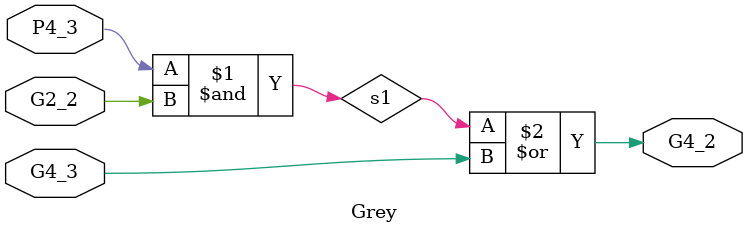
<source format=v>
module Grey(G4_3,P4_3,G2_2,G4_2);
  input G4_3,P4_3,G2_2;
  output G4_2;
  wire s1 ;
  assign s1 = P4_3 & G2_2;
  assign G4_2=s1 | G4_3;
endmodule

</source>
